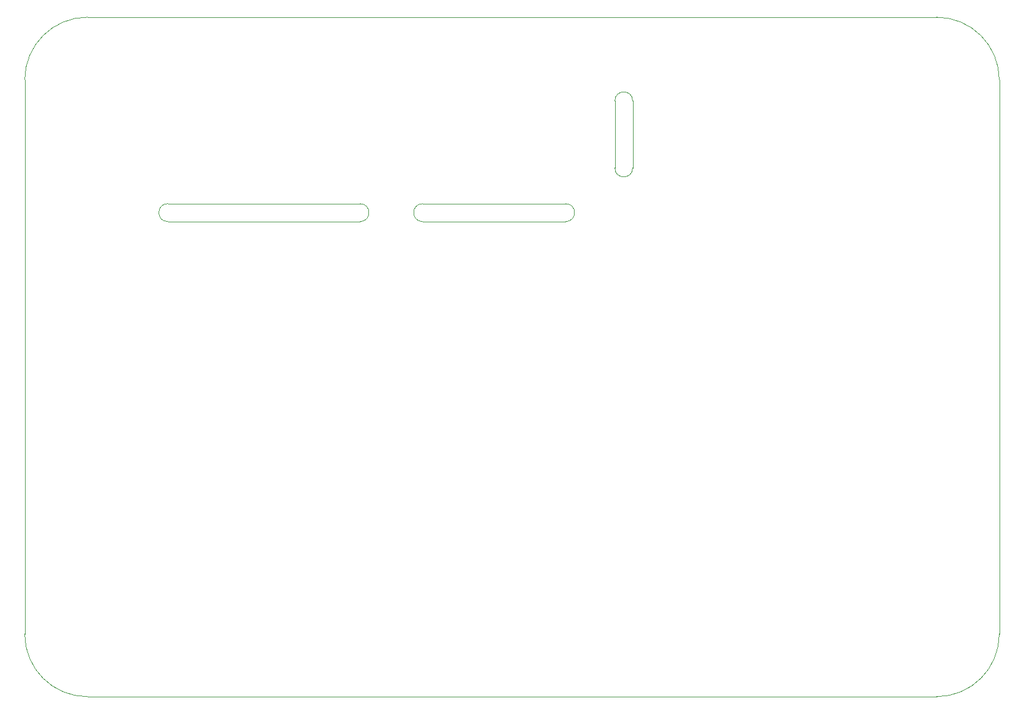
<source format=gbr>
G04 #@! TF.GenerationSoftware,KiCad,Pcbnew,5.0.2-bee76a0~70~ubuntu18.04.1*
G04 #@! TF.CreationDate,2019-01-12T17:32:51-05:00*
G04 #@! TF.ProjectId,Master_Board,4d617374-6572-45f4-926f-6172642e6b69,rev?*
G04 #@! TF.SameCoordinates,Original*
G04 #@! TF.FileFunction,Profile,NP*
%FSLAX46Y46*%
G04 Gerber Fmt 4.6, Leading zero omitted, Abs format (unit mm)*
G04 Created by KiCad (PCBNEW 5.0.2-bee76a0~70~ubuntu18.04.1) date Sat 12 Jan 2019 05:32:51 PM EST*
%MOMM*%
%LPD*%
G01*
G04 APERTURE LIST*
%ADD10C,0.100000*%
G04 APERTURE END LIST*
D10*
X160147000Y-66368184D02*
X139827000Y-66368184D01*
X139827000Y-63828184D02*
X160147000Y-63828184D01*
X103632000Y-66368184D02*
G75*
G02X103632000Y-63828184I0J1270000D01*
G01*
X130937000Y-63828184D02*
G75*
G02X130937000Y-66368184I0J-1270000D01*
G01*
X139827000Y-66368184D02*
G75*
G02X139827000Y-63828184I0J1270000D01*
G01*
X169672000Y-58748184D02*
G75*
G02X167132000Y-58748184I-1270000J0D01*
G01*
X167132000Y-49223184D02*
G75*
G02X169672000Y-49223184I1270000J0D01*
G01*
X169672000Y-58748184D02*
X169672000Y-49223184D01*
X167132000Y-49223184D02*
X167132000Y-58748184D01*
X160147000Y-63828184D02*
G75*
G02X160147000Y-66368184I0J-1270000D01*
G01*
X103632000Y-66368184D02*
X130937000Y-66368184D01*
X103632000Y-63828184D02*
X130937000Y-63828184D01*
X221742000Y-124968000D02*
G75*
G02X212852000Y-133858000I-8890000J0D01*
G01*
X92202000Y-133858000D02*
G75*
G02X83312000Y-124968000I0J8890000D01*
G01*
X83312000Y-46228000D02*
G75*
G02X92202000Y-37338000I8890000J0D01*
G01*
X212852000Y-37338000D02*
G75*
G02X221742000Y-46228000I0J-8890000D01*
G01*
X212852000Y-37338000D02*
X92202000Y-37338000D01*
X221742000Y-124968000D02*
X221742000Y-46228000D01*
X92202000Y-133858000D02*
X212852000Y-133858000D01*
X83312000Y-46228000D02*
X83312000Y-124968000D01*
M02*

</source>
